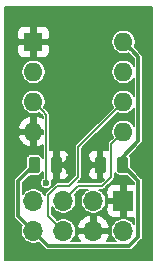
<source format=gbr>
G04 #@! TF.GenerationSoftware,KiCad,Pcbnew,(5.1.5-0-10_14)*
G04 #@! TF.CreationDate,2020-05-05T19:22:47-07:00*
G04 #@! TF.ProjectId,N64 EEPROM Breakout,4e363420-4545-4505-924f-4d2042726561,rev?*
G04 #@! TF.SameCoordinates,Original*
G04 #@! TF.FileFunction,Copper,L1,Top*
G04 #@! TF.FilePolarity,Positive*
%FSLAX46Y46*%
G04 Gerber Fmt 4.6, Leading zero omitted, Abs format (unit mm)*
G04 Created by KiCad (PCBNEW (5.1.5-0-10_14)) date 2020-05-05 19:22:47*
%MOMM*%
%LPD*%
G04 APERTURE LIST*
%ADD10O,1.700000X1.700000*%
%ADD11R,1.700000X1.700000*%
%ADD12O,1.600000X1.600000*%
%ADD13R,1.600000X1.600000*%
%ADD14C,0.100000*%
%ADD15C,0.600000*%
%ADD16C,0.304800*%
%ADD17C,0.152400*%
G04 APERTURE END LIST*
D10*
X139700000Y-124460000D03*
X139700000Y-121920000D03*
X142240000Y-124460000D03*
X142240000Y-121920000D03*
X144780000Y-124460000D03*
X144780000Y-121920000D03*
X147320000Y-124460000D03*
D11*
X147320000Y-121920000D03*
D12*
X147320000Y-108458000D03*
X139700000Y-116078000D03*
X147320000Y-110998000D03*
X139700000Y-113538000D03*
X147320000Y-113538000D03*
X139700000Y-110998000D03*
X147320000Y-116078000D03*
D13*
X139700000Y-108458000D03*
G04 #@! TA.AperFunction,SMDPad,CuDef*
D14*
G36*
X145634142Y-118173174D02*
G01*
X145657803Y-118176684D01*
X145681007Y-118182496D01*
X145703529Y-118190554D01*
X145725153Y-118200782D01*
X145745670Y-118213079D01*
X145764883Y-118227329D01*
X145782607Y-118243393D01*
X145798671Y-118261117D01*
X145812921Y-118280330D01*
X145825218Y-118300847D01*
X145835446Y-118322471D01*
X145843504Y-118344993D01*
X145849316Y-118368197D01*
X145852826Y-118391858D01*
X145854000Y-118415750D01*
X145854000Y-119328250D01*
X145852826Y-119352142D01*
X145849316Y-119375803D01*
X145843504Y-119399007D01*
X145835446Y-119421529D01*
X145825218Y-119443153D01*
X145812921Y-119463670D01*
X145798671Y-119482883D01*
X145782607Y-119500607D01*
X145764883Y-119516671D01*
X145745670Y-119530921D01*
X145725153Y-119543218D01*
X145703529Y-119553446D01*
X145681007Y-119561504D01*
X145657803Y-119567316D01*
X145634142Y-119570826D01*
X145610250Y-119572000D01*
X145122750Y-119572000D01*
X145098858Y-119570826D01*
X145075197Y-119567316D01*
X145051993Y-119561504D01*
X145029471Y-119553446D01*
X145007847Y-119543218D01*
X144987330Y-119530921D01*
X144968117Y-119516671D01*
X144950393Y-119500607D01*
X144934329Y-119482883D01*
X144920079Y-119463670D01*
X144907782Y-119443153D01*
X144897554Y-119421529D01*
X144889496Y-119399007D01*
X144883684Y-119375803D01*
X144880174Y-119352142D01*
X144879000Y-119328250D01*
X144879000Y-118415750D01*
X144880174Y-118391858D01*
X144883684Y-118368197D01*
X144889496Y-118344993D01*
X144897554Y-118322471D01*
X144907782Y-118300847D01*
X144920079Y-118280330D01*
X144934329Y-118261117D01*
X144950393Y-118243393D01*
X144968117Y-118227329D01*
X144987330Y-118213079D01*
X145007847Y-118200782D01*
X145029471Y-118190554D01*
X145051993Y-118182496D01*
X145075197Y-118176684D01*
X145098858Y-118173174D01*
X145122750Y-118172000D01*
X145610250Y-118172000D01*
X145634142Y-118173174D01*
G37*
G04 #@! TD.AperFunction*
G04 #@! TA.AperFunction,SMDPad,CuDef*
G36*
X147509142Y-118173174D02*
G01*
X147532803Y-118176684D01*
X147556007Y-118182496D01*
X147578529Y-118190554D01*
X147600153Y-118200782D01*
X147620670Y-118213079D01*
X147639883Y-118227329D01*
X147657607Y-118243393D01*
X147673671Y-118261117D01*
X147687921Y-118280330D01*
X147700218Y-118300847D01*
X147710446Y-118322471D01*
X147718504Y-118344993D01*
X147724316Y-118368197D01*
X147727826Y-118391858D01*
X147729000Y-118415750D01*
X147729000Y-119328250D01*
X147727826Y-119352142D01*
X147724316Y-119375803D01*
X147718504Y-119399007D01*
X147710446Y-119421529D01*
X147700218Y-119443153D01*
X147687921Y-119463670D01*
X147673671Y-119482883D01*
X147657607Y-119500607D01*
X147639883Y-119516671D01*
X147620670Y-119530921D01*
X147600153Y-119543218D01*
X147578529Y-119553446D01*
X147556007Y-119561504D01*
X147532803Y-119567316D01*
X147509142Y-119570826D01*
X147485250Y-119572000D01*
X146997750Y-119572000D01*
X146973858Y-119570826D01*
X146950197Y-119567316D01*
X146926993Y-119561504D01*
X146904471Y-119553446D01*
X146882847Y-119543218D01*
X146862330Y-119530921D01*
X146843117Y-119516671D01*
X146825393Y-119500607D01*
X146809329Y-119482883D01*
X146795079Y-119463670D01*
X146782782Y-119443153D01*
X146772554Y-119421529D01*
X146764496Y-119399007D01*
X146758684Y-119375803D01*
X146755174Y-119352142D01*
X146754000Y-119328250D01*
X146754000Y-118415750D01*
X146755174Y-118391858D01*
X146758684Y-118368197D01*
X146764496Y-118344993D01*
X146772554Y-118322471D01*
X146782782Y-118300847D01*
X146795079Y-118280330D01*
X146809329Y-118261117D01*
X146825393Y-118243393D01*
X146843117Y-118227329D01*
X146862330Y-118213079D01*
X146882847Y-118200782D01*
X146904471Y-118190554D01*
X146926993Y-118182496D01*
X146950197Y-118176684D01*
X146973858Y-118173174D01*
X146997750Y-118172000D01*
X147485250Y-118172000D01*
X147509142Y-118173174D01*
G37*
G04 #@! TD.AperFunction*
G04 #@! TA.AperFunction,SMDPad,CuDef*
G36*
X141921142Y-118173174D02*
G01*
X141944803Y-118176684D01*
X141968007Y-118182496D01*
X141990529Y-118190554D01*
X142012153Y-118200782D01*
X142032670Y-118213079D01*
X142051883Y-118227329D01*
X142069607Y-118243393D01*
X142085671Y-118261117D01*
X142099921Y-118280330D01*
X142112218Y-118300847D01*
X142122446Y-118322471D01*
X142130504Y-118344993D01*
X142136316Y-118368197D01*
X142139826Y-118391858D01*
X142141000Y-118415750D01*
X142141000Y-119328250D01*
X142139826Y-119352142D01*
X142136316Y-119375803D01*
X142130504Y-119399007D01*
X142122446Y-119421529D01*
X142112218Y-119443153D01*
X142099921Y-119463670D01*
X142085671Y-119482883D01*
X142069607Y-119500607D01*
X142051883Y-119516671D01*
X142032670Y-119530921D01*
X142012153Y-119543218D01*
X141990529Y-119553446D01*
X141968007Y-119561504D01*
X141944803Y-119567316D01*
X141921142Y-119570826D01*
X141897250Y-119572000D01*
X141409750Y-119572000D01*
X141385858Y-119570826D01*
X141362197Y-119567316D01*
X141338993Y-119561504D01*
X141316471Y-119553446D01*
X141294847Y-119543218D01*
X141274330Y-119530921D01*
X141255117Y-119516671D01*
X141237393Y-119500607D01*
X141221329Y-119482883D01*
X141207079Y-119463670D01*
X141194782Y-119443153D01*
X141184554Y-119421529D01*
X141176496Y-119399007D01*
X141170684Y-119375803D01*
X141167174Y-119352142D01*
X141166000Y-119328250D01*
X141166000Y-118415750D01*
X141167174Y-118391858D01*
X141170684Y-118368197D01*
X141176496Y-118344993D01*
X141184554Y-118322471D01*
X141194782Y-118300847D01*
X141207079Y-118280330D01*
X141221329Y-118261117D01*
X141237393Y-118243393D01*
X141255117Y-118227329D01*
X141274330Y-118213079D01*
X141294847Y-118200782D01*
X141316471Y-118190554D01*
X141338993Y-118182496D01*
X141362197Y-118176684D01*
X141385858Y-118173174D01*
X141409750Y-118172000D01*
X141897250Y-118172000D01*
X141921142Y-118173174D01*
G37*
G04 #@! TD.AperFunction*
G04 #@! TA.AperFunction,SMDPad,CuDef*
G36*
X140046142Y-118173174D02*
G01*
X140069803Y-118176684D01*
X140093007Y-118182496D01*
X140115529Y-118190554D01*
X140137153Y-118200782D01*
X140157670Y-118213079D01*
X140176883Y-118227329D01*
X140194607Y-118243393D01*
X140210671Y-118261117D01*
X140224921Y-118280330D01*
X140237218Y-118300847D01*
X140247446Y-118322471D01*
X140255504Y-118344993D01*
X140261316Y-118368197D01*
X140264826Y-118391858D01*
X140266000Y-118415750D01*
X140266000Y-119328250D01*
X140264826Y-119352142D01*
X140261316Y-119375803D01*
X140255504Y-119399007D01*
X140247446Y-119421529D01*
X140237218Y-119443153D01*
X140224921Y-119463670D01*
X140210671Y-119482883D01*
X140194607Y-119500607D01*
X140176883Y-119516671D01*
X140157670Y-119530921D01*
X140137153Y-119543218D01*
X140115529Y-119553446D01*
X140093007Y-119561504D01*
X140069803Y-119567316D01*
X140046142Y-119570826D01*
X140022250Y-119572000D01*
X139534750Y-119572000D01*
X139510858Y-119570826D01*
X139487197Y-119567316D01*
X139463993Y-119561504D01*
X139441471Y-119553446D01*
X139419847Y-119543218D01*
X139399330Y-119530921D01*
X139380117Y-119516671D01*
X139362393Y-119500607D01*
X139346329Y-119482883D01*
X139332079Y-119463670D01*
X139319782Y-119443153D01*
X139309554Y-119421529D01*
X139301496Y-119399007D01*
X139295684Y-119375803D01*
X139292174Y-119352142D01*
X139291000Y-119328250D01*
X139291000Y-118415750D01*
X139292174Y-118391858D01*
X139295684Y-118368197D01*
X139301496Y-118344993D01*
X139309554Y-118322471D01*
X139319782Y-118300847D01*
X139332079Y-118280330D01*
X139346329Y-118261117D01*
X139362393Y-118243393D01*
X139380117Y-118227329D01*
X139399330Y-118213079D01*
X139419847Y-118200782D01*
X139441471Y-118190554D01*
X139463993Y-118182496D01*
X139487197Y-118176684D01*
X139510858Y-118173174D01*
X139534750Y-118172000D01*
X140022250Y-118172000D01*
X140046142Y-118173174D01*
G37*
G04 #@! TD.AperFunction*
D15*
X137922000Y-116078000D03*
X137922000Y-108458000D03*
X142748000Y-118364000D03*
X142748000Y-119380000D03*
X144272000Y-118364000D03*
X144272000Y-119380000D03*
X140778601Y-120396000D03*
D16*
X142748000Y-118364000D02*
X142240000Y-118872000D01*
X142240000Y-118872000D02*
X142748000Y-119380000D01*
X142240000Y-118872000D02*
X141653500Y-118872000D01*
X144272000Y-118364000D02*
X144780000Y-118872000D01*
X144780000Y-118872000D02*
X144272000Y-119380000D01*
X144780000Y-118872000D02*
X145366500Y-118872000D01*
X137922000Y-108458000D02*
X139700000Y-108458000D01*
X137922000Y-116078000D02*
X139700000Y-116078000D01*
X138430000Y-120220500D02*
X139778500Y-118872000D01*
X138430000Y-123190000D02*
X138430000Y-120220500D01*
X139700000Y-124460000D02*
X138430000Y-123190000D01*
X140549999Y-125309999D02*
X139700000Y-124460000D01*
X147828000Y-125730000D02*
X140970000Y-125730000D01*
X148590000Y-124968000D02*
X147828000Y-125730000D01*
X140970000Y-125730000D02*
X140549999Y-125309999D01*
X148590000Y-120220500D02*
X148590000Y-124968000D01*
X147241500Y-118872000D02*
X148590000Y-120220500D01*
X148119999Y-109257999D02*
X147320000Y-108458000D01*
X148590000Y-109728000D02*
X148119999Y-109257999D01*
X147241500Y-118172000D02*
X148590000Y-116823500D01*
X148590000Y-116823500D02*
X148590000Y-109728000D01*
X147241500Y-118872000D02*
X147241500Y-118172000D01*
D17*
X141390001Y-123610001D02*
X142240000Y-124460000D01*
X140970000Y-123190000D02*
X141390001Y-123610001D01*
X140970000Y-121412000D02*
X140970000Y-123190000D01*
X147320000Y-113538000D02*
X143510000Y-117348000D01*
X143510000Y-117348000D02*
X143510000Y-119888000D01*
X141732000Y-120650000D02*
X140970000Y-121412000D01*
X142748000Y-120650000D02*
X141732000Y-120650000D01*
X143510000Y-119888000D02*
X142748000Y-120650000D01*
X143510000Y-120650000D02*
X143089999Y-121070001D01*
X145542000Y-120650000D02*
X143510000Y-120650000D01*
X146304000Y-119888000D02*
X145542000Y-120650000D01*
X143089999Y-121070001D02*
X142240000Y-121920000D01*
X146304000Y-117094000D02*
X146304000Y-119888000D01*
X147320000Y-116078000D02*
X146304000Y-117094000D01*
X140499999Y-114337999D02*
X139700000Y-113538000D01*
X140778601Y-114616601D02*
X140499999Y-114337999D01*
X140778601Y-120396000D02*
X140778601Y-120396000D01*
X140778601Y-120396000D02*
X140778601Y-114616601D01*
G36*
X149758800Y-126898800D02*
G01*
X137261200Y-126898800D01*
X137261200Y-120220500D01*
X138047157Y-120220500D01*
X138049001Y-120239220D01*
X138049000Y-123171290D01*
X138047157Y-123190000D01*
X138049000Y-123208710D01*
X138049000Y-123208712D01*
X138054513Y-123264688D01*
X138067411Y-123307206D01*
X138076299Y-123336507D01*
X138111678Y-123402696D01*
X138113616Y-123405057D01*
X138159289Y-123460711D01*
X138173832Y-123472646D01*
X138716660Y-124015475D01*
X138662850Y-124145384D01*
X138621400Y-124353767D01*
X138621400Y-124566233D01*
X138662850Y-124774616D01*
X138744157Y-124970909D01*
X138862197Y-125147567D01*
X139012433Y-125297803D01*
X139189091Y-125415843D01*
X139385384Y-125497150D01*
X139593767Y-125538600D01*
X139806233Y-125538600D01*
X140014616Y-125497150D01*
X140144525Y-125443340D01*
X140293823Y-125592638D01*
X140293828Y-125592642D01*
X140687359Y-125986173D01*
X140699289Y-126000711D01*
X140713824Y-126012639D01*
X140757303Y-126048322D01*
X140823492Y-126083701D01*
X140895311Y-126105487D01*
X140951287Y-126111000D01*
X140951289Y-126111000D01*
X140969999Y-126112843D01*
X140988709Y-126111000D01*
X147809290Y-126111000D01*
X147828000Y-126112843D01*
X147846710Y-126111000D01*
X147846713Y-126111000D01*
X147902689Y-126105487D01*
X147974508Y-126083701D01*
X148040696Y-126048322D01*
X148098711Y-126000711D01*
X148110646Y-125986168D01*
X148846174Y-125250641D01*
X148860711Y-125238711D01*
X148884250Y-125210028D01*
X148908322Y-125180697D01*
X148943701Y-125114508D01*
X148948920Y-125097302D01*
X148965487Y-125042689D01*
X148971000Y-124986713D01*
X148971000Y-124986710D01*
X148972843Y-124968000D01*
X148971000Y-124949290D01*
X148971000Y-120239210D01*
X148972843Y-120220500D01*
X148968798Y-120179432D01*
X148965487Y-120145811D01*
X148943701Y-120073992D01*
X148935237Y-120058157D01*
X148908322Y-120007803D01*
X148872639Y-119964324D01*
X148860711Y-119949789D01*
X148846175Y-119937860D01*
X147958706Y-119050392D01*
X147958706Y-118415750D01*
X147949609Y-118323383D01*
X147922666Y-118234566D01*
X147878914Y-118152712D01*
X147843164Y-118109150D01*
X148846175Y-117106140D01*
X148860711Y-117094211D01*
X148884651Y-117065040D01*
X148908322Y-117036197D01*
X148943701Y-116970008D01*
X148945116Y-116965344D01*
X148965487Y-116898189D01*
X148971000Y-116842213D01*
X148971000Y-116842210D01*
X148972843Y-116823500D01*
X148971000Y-116804790D01*
X148971000Y-109746710D01*
X148972843Y-109728000D01*
X148969706Y-109696150D01*
X148965487Y-109653311D01*
X148943701Y-109581492D01*
X148921864Y-109540638D01*
X148908322Y-109515303D01*
X148872639Y-109471824D01*
X148860711Y-109457289D01*
X148846173Y-109445359D01*
X148402642Y-109001828D01*
X148402638Y-109001823D01*
X148265072Y-108864257D01*
X148309072Y-108758032D01*
X148348600Y-108559308D01*
X148348600Y-108356692D01*
X148309072Y-108157968D01*
X148231534Y-107970775D01*
X148118966Y-107802306D01*
X147975694Y-107659034D01*
X147807225Y-107546466D01*
X147620032Y-107468928D01*
X147421308Y-107429400D01*
X147218692Y-107429400D01*
X147019968Y-107468928D01*
X146832775Y-107546466D01*
X146664306Y-107659034D01*
X146521034Y-107802306D01*
X146408466Y-107970775D01*
X146330928Y-108157968D01*
X146291400Y-108356692D01*
X146291400Y-108559308D01*
X146330928Y-108758032D01*
X146408466Y-108945225D01*
X146521034Y-109113694D01*
X146664306Y-109256966D01*
X146832775Y-109369534D01*
X147019968Y-109447072D01*
X147218692Y-109486600D01*
X147421308Y-109486600D01*
X147620032Y-109447072D01*
X147726257Y-109403072D01*
X147863823Y-109540638D01*
X147863828Y-109540642D01*
X148209001Y-109885816D01*
X148209001Y-110477052D01*
X148118966Y-110342306D01*
X147975694Y-110199034D01*
X147807225Y-110086466D01*
X147620032Y-110008928D01*
X147421308Y-109969400D01*
X147218692Y-109969400D01*
X147019968Y-110008928D01*
X146832775Y-110086466D01*
X146664306Y-110199034D01*
X146521034Y-110342306D01*
X146408466Y-110510775D01*
X146330928Y-110697968D01*
X146291400Y-110896692D01*
X146291400Y-111099308D01*
X146330928Y-111298032D01*
X146408466Y-111485225D01*
X146521034Y-111653694D01*
X146664306Y-111796966D01*
X146832775Y-111909534D01*
X147019968Y-111987072D01*
X147218692Y-112026600D01*
X147421308Y-112026600D01*
X147620032Y-111987072D01*
X147807225Y-111909534D01*
X147975694Y-111796966D01*
X148118966Y-111653694D01*
X148209001Y-111518948D01*
X148209001Y-113017051D01*
X148118966Y-112882306D01*
X147975694Y-112739034D01*
X147807225Y-112626466D01*
X147620032Y-112548928D01*
X147421308Y-112509400D01*
X147218692Y-112509400D01*
X147019968Y-112548928D01*
X146832775Y-112626466D01*
X146664306Y-112739034D01*
X146521034Y-112882306D01*
X146408466Y-113050775D01*
X146330928Y-113237968D01*
X146291400Y-113436692D01*
X146291400Y-113639308D01*
X146330928Y-113838032D01*
X146406491Y-114020457D01*
X143305061Y-117121888D01*
X143293432Y-117131432D01*
X143255342Y-117177844D01*
X143227040Y-117230795D01*
X143209611Y-117288250D01*
X143205200Y-117333035D01*
X143205200Y-117333042D01*
X143203727Y-117348000D01*
X143205200Y-117362958D01*
X143205201Y-119761747D01*
X142621749Y-120345200D01*
X141746958Y-120345200D01*
X141732000Y-120343727D01*
X141717042Y-120345200D01*
X141717034Y-120345200D01*
X141677403Y-120349103D01*
X141672248Y-120349611D01*
X141614903Y-120367007D01*
X141614794Y-120367040D01*
X141561843Y-120395342D01*
X141515432Y-120433432D01*
X141505892Y-120445056D01*
X140765061Y-121185888D01*
X140753432Y-121195432D01*
X140715342Y-121241844D01*
X140687040Y-121294795D01*
X140669611Y-121352250D01*
X140665200Y-121397035D01*
X140665200Y-121397042D01*
X140663727Y-121412000D01*
X140665200Y-121426958D01*
X140665200Y-121431681D01*
X140655843Y-121409091D01*
X140537803Y-121232433D01*
X140387567Y-121082197D01*
X140210909Y-120964157D01*
X140014616Y-120882850D01*
X139806233Y-120841400D01*
X139593767Y-120841400D01*
X139385384Y-120882850D01*
X139189091Y-120964157D01*
X139012433Y-121082197D01*
X138862197Y-121232433D01*
X138811000Y-121309054D01*
X138811000Y-120378314D01*
X139407337Y-119781978D01*
X139442383Y-119792609D01*
X139534750Y-119801706D01*
X140022250Y-119801706D01*
X140114617Y-119792609D01*
X140203434Y-119765666D01*
X140285288Y-119721914D01*
X140357034Y-119663034D01*
X140415914Y-119591288D01*
X140459666Y-119509434D01*
X140473801Y-119462838D01*
X140473801Y-119963918D01*
X140441638Y-119985409D01*
X140368010Y-120059037D01*
X140310161Y-120145614D01*
X140270314Y-120241813D01*
X140250001Y-120343937D01*
X140250001Y-120448063D01*
X140270314Y-120550187D01*
X140310161Y-120646386D01*
X140368010Y-120732963D01*
X140441638Y-120806591D01*
X140528215Y-120864440D01*
X140624414Y-120904287D01*
X140726538Y-120924600D01*
X140830664Y-120924600D01*
X140932788Y-120904287D01*
X141028987Y-120864440D01*
X141115564Y-120806591D01*
X141189192Y-120732963D01*
X141247041Y-120646386D01*
X141286888Y-120550187D01*
X141307201Y-120448063D01*
X141307201Y-120343937D01*
X141286888Y-120241813D01*
X141251982Y-120157542D01*
X141329650Y-120156200D01*
X141475700Y-120010150D01*
X141475700Y-119049800D01*
X141831300Y-119049800D01*
X141831300Y-120010150D01*
X141977350Y-120156200D01*
X142141000Y-120159027D01*
X142255523Y-120147747D01*
X142365646Y-120114342D01*
X142467135Y-120060095D01*
X142556091Y-119987091D01*
X142629095Y-119898135D01*
X142683342Y-119796646D01*
X142716747Y-119686523D01*
X142728027Y-119572000D01*
X142725200Y-119195850D01*
X142579150Y-119049800D01*
X141831300Y-119049800D01*
X141475700Y-119049800D01*
X141455700Y-119049800D01*
X141455700Y-118694200D01*
X141475700Y-118694200D01*
X141475700Y-117733850D01*
X141831300Y-117733850D01*
X141831300Y-118694200D01*
X142579150Y-118694200D01*
X142725200Y-118548150D01*
X142728027Y-118172000D01*
X142716747Y-118057477D01*
X142683342Y-117947354D01*
X142629095Y-117845865D01*
X142556091Y-117756909D01*
X142467135Y-117683905D01*
X142365646Y-117629658D01*
X142255523Y-117596253D01*
X142141000Y-117584973D01*
X141977350Y-117587800D01*
X141831300Y-117733850D01*
X141475700Y-117733850D01*
X141329650Y-117587800D01*
X141166000Y-117584973D01*
X141083401Y-117593109D01*
X141083401Y-114631559D01*
X141084874Y-114616601D01*
X141083401Y-114601643D01*
X141083401Y-114601635D01*
X141078990Y-114556850D01*
X141078298Y-114554567D01*
X141061561Y-114499395D01*
X141033259Y-114446444D01*
X140995169Y-114400033D01*
X140983545Y-114390493D01*
X140726111Y-114133060D01*
X140726107Y-114133055D01*
X140613509Y-114020457D01*
X140689072Y-113838032D01*
X140728600Y-113639308D01*
X140728600Y-113436692D01*
X140689072Y-113237968D01*
X140611534Y-113050775D01*
X140498966Y-112882306D01*
X140355694Y-112739034D01*
X140187225Y-112626466D01*
X140000032Y-112548928D01*
X139801308Y-112509400D01*
X139598692Y-112509400D01*
X139399968Y-112548928D01*
X139212775Y-112626466D01*
X139044306Y-112739034D01*
X138901034Y-112882306D01*
X138788466Y-113050775D01*
X138710928Y-113237968D01*
X138671400Y-113436692D01*
X138671400Y-113639308D01*
X138710928Y-113838032D01*
X138788466Y-114025225D01*
X138901034Y-114193694D01*
X139044306Y-114336966D01*
X139212775Y-114449534D01*
X139399968Y-114527072D01*
X139598692Y-114566600D01*
X139801308Y-114566600D01*
X140000032Y-114527072D01*
X140182457Y-114451509D01*
X140295055Y-114564107D01*
X140295060Y-114564111D01*
X140473802Y-114742854D01*
X140473802Y-114938115D01*
X140341939Y-114851646D01*
X140090355Y-114749974D01*
X139877800Y-114851309D01*
X139877800Y-115900200D01*
X140473802Y-115900200D01*
X140473802Y-116255800D01*
X139877800Y-116255800D01*
X139877800Y-117304691D01*
X140090355Y-117406026D01*
X140341939Y-117304354D01*
X140473802Y-117217885D01*
X140473801Y-118281163D01*
X140459666Y-118234566D01*
X140415914Y-118152712D01*
X140357034Y-118080966D01*
X140285288Y-118022086D01*
X140203434Y-117978334D01*
X140114617Y-117951391D01*
X140022250Y-117942294D01*
X139534750Y-117942294D01*
X139442383Y-117951391D01*
X139353566Y-117978334D01*
X139271712Y-118022086D01*
X139199966Y-118080966D01*
X139141086Y-118152712D01*
X139097334Y-118234566D01*
X139070391Y-118323383D01*
X139061294Y-118415750D01*
X139061294Y-119050391D01*
X138173827Y-119937859D01*
X138159290Y-119949789D01*
X138147362Y-119964324D01*
X138147361Y-119964325D01*
X138111678Y-120007804D01*
X138076299Y-120073993D01*
X138071080Y-120091200D01*
X138055471Y-120142658D01*
X138054514Y-120145812D01*
X138047157Y-120220500D01*
X137261200Y-120220500D01*
X137261200Y-116468354D01*
X138371982Y-116468354D01*
X138378917Y-116491244D01*
X138484921Y-116741034D01*
X138637620Y-116965344D01*
X138831146Y-117155554D01*
X139058061Y-117304354D01*
X139309645Y-117406026D01*
X139522200Y-117304691D01*
X139522200Y-116255800D01*
X138474683Y-116255800D01*
X138371982Y-116468354D01*
X137261200Y-116468354D01*
X137261200Y-115687646D01*
X138371982Y-115687646D01*
X138474683Y-115900200D01*
X139522200Y-115900200D01*
X139522200Y-114851309D01*
X139309645Y-114749974D01*
X139058061Y-114851646D01*
X138831146Y-115000446D01*
X138637620Y-115190656D01*
X138484921Y-115414966D01*
X138378917Y-115664756D01*
X138371982Y-115687646D01*
X137261200Y-115687646D01*
X137261200Y-110896692D01*
X138671400Y-110896692D01*
X138671400Y-111099308D01*
X138710928Y-111298032D01*
X138788466Y-111485225D01*
X138901034Y-111653694D01*
X139044306Y-111796966D01*
X139212775Y-111909534D01*
X139399968Y-111987072D01*
X139598692Y-112026600D01*
X139801308Y-112026600D01*
X140000032Y-111987072D01*
X140187225Y-111909534D01*
X140355694Y-111796966D01*
X140498966Y-111653694D01*
X140611534Y-111485225D01*
X140689072Y-111298032D01*
X140728600Y-111099308D01*
X140728600Y-110896692D01*
X140689072Y-110697968D01*
X140611534Y-110510775D01*
X140498966Y-110342306D01*
X140355694Y-110199034D01*
X140187225Y-110086466D01*
X140000032Y-110008928D01*
X139801308Y-109969400D01*
X139598692Y-109969400D01*
X139399968Y-110008928D01*
X139212775Y-110086466D01*
X139044306Y-110199034D01*
X138901034Y-110342306D01*
X138788466Y-110510775D01*
X138710928Y-110697968D01*
X138671400Y-110896692D01*
X137261200Y-110896692D01*
X137261200Y-109258000D01*
X138312973Y-109258000D01*
X138324253Y-109372523D01*
X138357658Y-109482646D01*
X138411905Y-109584135D01*
X138484909Y-109673091D01*
X138573865Y-109746095D01*
X138675354Y-109800342D01*
X138785477Y-109833747D01*
X138900000Y-109845027D01*
X139376150Y-109842200D01*
X139522200Y-109696150D01*
X139522200Y-108635800D01*
X139877800Y-108635800D01*
X139877800Y-109696150D01*
X140023850Y-109842200D01*
X140500000Y-109845027D01*
X140614523Y-109833747D01*
X140724646Y-109800342D01*
X140826135Y-109746095D01*
X140915091Y-109673091D01*
X140988095Y-109584135D01*
X141042342Y-109482646D01*
X141075747Y-109372523D01*
X141087027Y-109258000D01*
X141084200Y-108781850D01*
X140938150Y-108635800D01*
X139877800Y-108635800D01*
X139522200Y-108635800D01*
X138461850Y-108635800D01*
X138315800Y-108781850D01*
X138312973Y-109258000D01*
X137261200Y-109258000D01*
X137261200Y-107658000D01*
X138312973Y-107658000D01*
X138315800Y-108134150D01*
X138461850Y-108280200D01*
X139522200Y-108280200D01*
X139522200Y-107219850D01*
X139877800Y-107219850D01*
X139877800Y-108280200D01*
X140938150Y-108280200D01*
X141084200Y-108134150D01*
X141087027Y-107658000D01*
X141075747Y-107543477D01*
X141042342Y-107433354D01*
X140988095Y-107331865D01*
X140915091Y-107242909D01*
X140826135Y-107169905D01*
X140724646Y-107115658D01*
X140614523Y-107082253D01*
X140500000Y-107070973D01*
X140023850Y-107073800D01*
X139877800Y-107219850D01*
X139522200Y-107219850D01*
X139376150Y-107073800D01*
X138900000Y-107070973D01*
X138785477Y-107082253D01*
X138675354Y-107115658D01*
X138573865Y-107169905D01*
X138484909Y-107242909D01*
X138411905Y-107331865D01*
X138357658Y-107433354D01*
X138324253Y-107543477D01*
X138312973Y-107658000D01*
X137261200Y-107658000D01*
X137261200Y-105511200D01*
X149758801Y-105511200D01*
X149758800Y-126898800D01*
G37*
X149758800Y-126898800D02*
X137261200Y-126898800D01*
X137261200Y-120220500D01*
X138047157Y-120220500D01*
X138049001Y-120239220D01*
X138049000Y-123171290D01*
X138047157Y-123190000D01*
X138049000Y-123208710D01*
X138049000Y-123208712D01*
X138054513Y-123264688D01*
X138067411Y-123307206D01*
X138076299Y-123336507D01*
X138111678Y-123402696D01*
X138113616Y-123405057D01*
X138159289Y-123460711D01*
X138173832Y-123472646D01*
X138716660Y-124015475D01*
X138662850Y-124145384D01*
X138621400Y-124353767D01*
X138621400Y-124566233D01*
X138662850Y-124774616D01*
X138744157Y-124970909D01*
X138862197Y-125147567D01*
X139012433Y-125297803D01*
X139189091Y-125415843D01*
X139385384Y-125497150D01*
X139593767Y-125538600D01*
X139806233Y-125538600D01*
X140014616Y-125497150D01*
X140144525Y-125443340D01*
X140293823Y-125592638D01*
X140293828Y-125592642D01*
X140687359Y-125986173D01*
X140699289Y-126000711D01*
X140713824Y-126012639D01*
X140757303Y-126048322D01*
X140823492Y-126083701D01*
X140895311Y-126105487D01*
X140951287Y-126111000D01*
X140951289Y-126111000D01*
X140969999Y-126112843D01*
X140988709Y-126111000D01*
X147809290Y-126111000D01*
X147828000Y-126112843D01*
X147846710Y-126111000D01*
X147846713Y-126111000D01*
X147902689Y-126105487D01*
X147974508Y-126083701D01*
X148040696Y-126048322D01*
X148098711Y-126000711D01*
X148110646Y-125986168D01*
X148846174Y-125250641D01*
X148860711Y-125238711D01*
X148884250Y-125210028D01*
X148908322Y-125180697D01*
X148943701Y-125114508D01*
X148948920Y-125097302D01*
X148965487Y-125042689D01*
X148971000Y-124986713D01*
X148971000Y-124986710D01*
X148972843Y-124968000D01*
X148971000Y-124949290D01*
X148971000Y-120239210D01*
X148972843Y-120220500D01*
X148968798Y-120179432D01*
X148965487Y-120145811D01*
X148943701Y-120073992D01*
X148935237Y-120058157D01*
X148908322Y-120007803D01*
X148872639Y-119964324D01*
X148860711Y-119949789D01*
X148846175Y-119937860D01*
X147958706Y-119050392D01*
X147958706Y-118415750D01*
X147949609Y-118323383D01*
X147922666Y-118234566D01*
X147878914Y-118152712D01*
X147843164Y-118109150D01*
X148846175Y-117106140D01*
X148860711Y-117094211D01*
X148884651Y-117065040D01*
X148908322Y-117036197D01*
X148943701Y-116970008D01*
X148945116Y-116965344D01*
X148965487Y-116898189D01*
X148971000Y-116842213D01*
X148971000Y-116842210D01*
X148972843Y-116823500D01*
X148971000Y-116804790D01*
X148971000Y-109746710D01*
X148972843Y-109728000D01*
X148969706Y-109696150D01*
X148965487Y-109653311D01*
X148943701Y-109581492D01*
X148921864Y-109540638D01*
X148908322Y-109515303D01*
X148872639Y-109471824D01*
X148860711Y-109457289D01*
X148846173Y-109445359D01*
X148402642Y-109001828D01*
X148402638Y-109001823D01*
X148265072Y-108864257D01*
X148309072Y-108758032D01*
X148348600Y-108559308D01*
X148348600Y-108356692D01*
X148309072Y-108157968D01*
X148231534Y-107970775D01*
X148118966Y-107802306D01*
X147975694Y-107659034D01*
X147807225Y-107546466D01*
X147620032Y-107468928D01*
X147421308Y-107429400D01*
X147218692Y-107429400D01*
X147019968Y-107468928D01*
X146832775Y-107546466D01*
X146664306Y-107659034D01*
X146521034Y-107802306D01*
X146408466Y-107970775D01*
X146330928Y-108157968D01*
X146291400Y-108356692D01*
X146291400Y-108559308D01*
X146330928Y-108758032D01*
X146408466Y-108945225D01*
X146521034Y-109113694D01*
X146664306Y-109256966D01*
X146832775Y-109369534D01*
X147019968Y-109447072D01*
X147218692Y-109486600D01*
X147421308Y-109486600D01*
X147620032Y-109447072D01*
X147726257Y-109403072D01*
X147863823Y-109540638D01*
X147863828Y-109540642D01*
X148209001Y-109885816D01*
X148209001Y-110477052D01*
X148118966Y-110342306D01*
X147975694Y-110199034D01*
X147807225Y-110086466D01*
X147620032Y-110008928D01*
X147421308Y-109969400D01*
X147218692Y-109969400D01*
X147019968Y-110008928D01*
X146832775Y-110086466D01*
X146664306Y-110199034D01*
X146521034Y-110342306D01*
X146408466Y-110510775D01*
X146330928Y-110697968D01*
X146291400Y-110896692D01*
X146291400Y-111099308D01*
X146330928Y-111298032D01*
X146408466Y-111485225D01*
X146521034Y-111653694D01*
X146664306Y-111796966D01*
X146832775Y-111909534D01*
X147019968Y-111987072D01*
X147218692Y-112026600D01*
X147421308Y-112026600D01*
X147620032Y-111987072D01*
X147807225Y-111909534D01*
X147975694Y-111796966D01*
X148118966Y-111653694D01*
X148209001Y-111518948D01*
X148209001Y-113017051D01*
X148118966Y-112882306D01*
X147975694Y-112739034D01*
X147807225Y-112626466D01*
X147620032Y-112548928D01*
X147421308Y-112509400D01*
X147218692Y-112509400D01*
X147019968Y-112548928D01*
X146832775Y-112626466D01*
X146664306Y-112739034D01*
X146521034Y-112882306D01*
X146408466Y-113050775D01*
X146330928Y-113237968D01*
X146291400Y-113436692D01*
X146291400Y-113639308D01*
X146330928Y-113838032D01*
X146406491Y-114020457D01*
X143305061Y-117121888D01*
X143293432Y-117131432D01*
X143255342Y-117177844D01*
X143227040Y-117230795D01*
X143209611Y-117288250D01*
X143205200Y-117333035D01*
X143205200Y-117333042D01*
X143203727Y-117348000D01*
X143205200Y-117362958D01*
X143205201Y-119761747D01*
X142621749Y-120345200D01*
X141746958Y-120345200D01*
X141732000Y-120343727D01*
X141717042Y-120345200D01*
X141717034Y-120345200D01*
X141677403Y-120349103D01*
X141672248Y-120349611D01*
X141614903Y-120367007D01*
X141614794Y-120367040D01*
X141561843Y-120395342D01*
X141515432Y-120433432D01*
X141505892Y-120445056D01*
X140765061Y-121185888D01*
X140753432Y-121195432D01*
X140715342Y-121241844D01*
X140687040Y-121294795D01*
X140669611Y-121352250D01*
X140665200Y-121397035D01*
X140665200Y-121397042D01*
X140663727Y-121412000D01*
X140665200Y-121426958D01*
X140665200Y-121431681D01*
X140655843Y-121409091D01*
X140537803Y-121232433D01*
X140387567Y-121082197D01*
X140210909Y-120964157D01*
X140014616Y-120882850D01*
X139806233Y-120841400D01*
X139593767Y-120841400D01*
X139385384Y-120882850D01*
X139189091Y-120964157D01*
X139012433Y-121082197D01*
X138862197Y-121232433D01*
X138811000Y-121309054D01*
X138811000Y-120378314D01*
X139407337Y-119781978D01*
X139442383Y-119792609D01*
X139534750Y-119801706D01*
X140022250Y-119801706D01*
X140114617Y-119792609D01*
X140203434Y-119765666D01*
X140285288Y-119721914D01*
X140357034Y-119663034D01*
X140415914Y-119591288D01*
X140459666Y-119509434D01*
X140473801Y-119462838D01*
X140473801Y-119963918D01*
X140441638Y-119985409D01*
X140368010Y-120059037D01*
X140310161Y-120145614D01*
X140270314Y-120241813D01*
X140250001Y-120343937D01*
X140250001Y-120448063D01*
X140270314Y-120550187D01*
X140310161Y-120646386D01*
X140368010Y-120732963D01*
X140441638Y-120806591D01*
X140528215Y-120864440D01*
X140624414Y-120904287D01*
X140726538Y-120924600D01*
X140830664Y-120924600D01*
X140932788Y-120904287D01*
X141028987Y-120864440D01*
X141115564Y-120806591D01*
X141189192Y-120732963D01*
X141247041Y-120646386D01*
X141286888Y-120550187D01*
X141307201Y-120448063D01*
X141307201Y-120343937D01*
X141286888Y-120241813D01*
X141251982Y-120157542D01*
X141329650Y-120156200D01*
X141475700Y-120010150D01*
X141475700Y-119049800D01*
X141831300Y-119049800D01*
X141831300Y-120010150D01*
X141977350Y-120156200D01*
X142141000Y-120159027D01*
X142255523Y-120147747D01*
X142365646Y-120114342D01*
X142467135Y-120060095D01*
X142556091Y-119987091D01*
X142629095Y-119898135D01*
X142683342Y-119796646D01*
X142716747Y-119686523D01*
X142728027Y-119572000D01*
X142725200Y-119195850D01*
X142579150Y-119049800D01*
X141831300Y-119049800D01*
X141475700Y-119049800D01*
X141455700Y-119049800D01*
X141455700Y-118694200D01*
X141475700Y-118694200D01*
X141475700Y-117733850D01*
X141831300Y-117733850D01*
X141831300Y-118694200D01*
X142579150Y-118694200D01*
X142725200Y-118548150D01*
X142728027Y-118172000D01*
X142716747Y-118057477D01*
X142683342Y-117947354D01*
X142629095Y-117845865D01*
X142556091Y-117756909D01*
X142467135Y-117683905D01*
X142365646Y-117629658D01*
X142255523Y-117596253D01*
X142141000Y-117584973D01*
X141977350Y-117587800D01*
X141831300Y-117733850D01*
X141475700Y-117733850D01*
X141329650Y-117587800D01*
X141166000Y-117584973D01*
X141083401Y-117593109D01*
X141083401Y-114631559D01*
X141084874Y-114616601D01*
X141083401Y-114601643D01*
X141083401Y-114601635D01*
X141078990Y-114556850D01*
X141078298Y-114554567D01*
X141061561Y-114499395D01*
X141033259Y-114446444D01*
X140995169Y-114400033D01*
X140983545Y-114390493D01*
X140726111Y-114133060D01*
X140726107Y-114133055D01*
X140613509Y-114020457D01*
X140689072Y-113838032D01*
X140728600Y-113639308D01*
X140728600Y-113436692D01*
X140689072Y-113237968D01*
X140611534Y-113050775D01*
X140498966Y-112882306D01*
X140355694Y-112739034D01*
X140187225Y-112626466D01*
X140000032Y-112548928D01*
X139801308Y-112509400D01*
X139598692Y-112509400D01*
X139399968Y-112548928D01*
X139212775Y-112626466D01*
X139044306Y-112739034D01*
X138901034Y-112882306D01*
X138788466Y-113050775D01*
X138710928Y-113237968D01*
X138671400Y-113436692D01*
X138671400Y-113639308D01*
X138710928Y-113838032D01*
X138788466Y-114025225D01*
X138901034Y-114193694D01*
X139044306Y-114336966D01*
X139212775Y-114449534D01*
X139399968Y-114527072D01*
X139598692Y-114566600D01*
X139801308Y-114566600D01*
X140000032Y-114527072D01*
X140182457Y-114451509D01*
X140295055Y-114564107D01*
X140295060Y-114564111D01*
X140473802Y-114742854D01*
X140473802Y-114938115D01*
X140341939Y-114851646D01*
X140090355Y-114749974D01*
X139877800Y-114851309D01*
X139877800Y-115900200D01*
X140473802Y-115900200D01*
X140473802Y-116255800D01*
X139877800Y-116255800D01*
X139877800Y-117304691D01*
X140090355Y-117406026D01*
X140341939Y-117304354D01*
X140473802Y-117217885D01*
X140473801Y-118281163D01*
X140459666Y-118234566D01*
X140415914Y-118152712D01*
X140357034Y-118080966D01*
X140285288Y-118022086D01*
X140203434Y-117978334D01*
X140114617Y-117951391D01*
X140022250Y-117942294D01*
X139534750Y-117942294D01*
X139442383Y-117951391D01*
X139353566Y-117978334D01*
X139271712Y-118022086D01*
X139199966Y-118080966D01*
X139141086Y-118152712D01*
X139097334Y-118234566D01*
X139070391Y-118323383D01*
X139061294Y-118415750D01*
X139061294Y-119050391D01*
X138173827Y-119937859D01*
X138159290Y-119949789D01*
X138147362Y-119964324D01*
X138147361Y-119964325D01*
X138111678Y-120007804D01*
X138076299Y-120073993D01*
X138071080Y-120091200D01*
X138055471Y-120142658D01*
X138054514Y-120145812D01*
X138047157Y-120220500D01*
X137261200Y-120220500D01*
X137261200Y-116468354D01*
X138371982Y-116468354D01*
X138378917Y-116491244D01*
X138484921Y-116741034D01*
X138637620Y-116965344D01*
X138831146Y-117155554D01*
X139058061Y-117304354D01*
X139309645Y-117406026D01*
X139522200Y-117304691D01*
X139522200Y-116255800D01*
X138474683Y-116255800D01*
X138371982Y-116468354D01*
X137261200Y-116468354D01*
X137261200Y-115687646D01*
X138371982Y-115687646D01*
X138474683Y-115900200D01*
X139522200Y-115900200D01*
X139522200Y-114851309D01*
X139309645Y-114749974D01*
X139058061Y-114851646D01*
X138831146Y-115000446D01*
X138637620Y-115190656D01*
X138484921Y-115414966D01*
X138378917Y-115664756D01*
X138371982Y-115687646D01*
X137261200Y-115687646D01*
X137261200Y-110896692D01*
X138671400Y-110896692D01*
X138671400Y-111099308D01*
X138710928Y-111298032D01*
X138788466Y-111485225D01*
X138901034Y-111653694D01*
X139044306Y-111796966D01*
X139212775Y-111909534D01*
X139399968Y-111987072D01*
X139598692Y-112026600D01*
X139801308Y-112026600D01*
X140000032Y-111987072D01*
X140187225Y-111909534D01*
X140355694Y-111796966D01*
X140498966Y-111653694D01*
X140611534Y-111485225D01*
X140689072Y-111298032D01*
X140728600Y-111099308D01*
X140728600Y-110896692D01*
X140689072Y-110697968D01*
X140611534Y-110510775D01*
X140498966Y-110342306D01*
X140355694Y-110199034D01*
X140187225Y-110086466D01*
X140000032Y-110008928D01*
X139801308Y-109969400D01*
X139598692Y-109969400D01*
X139399968Y-110008928D01*
X139212775Y-110086466D01*
X139044306Y-110199034D01*
X138901034Y-110342306D01*
X138788466Y-110510775D01*
X138710928Y-110697968D01*
X138671400Y-110896692D01*
X137261200Y-110896692D01*
X137261200Y-109258000D01*
X138312973Y-109258000D01*
X138324253Y-109372523D01*
X138357658Y-109482646D01*
X138411905Y-109584135D01*
X138484909Y-109673091D01*
X138573865Y-109746095D01*
X138675354Y-109800342D01*
X138785477Y-109833747D01*
X138900000Y-109845027D01*
X139376150Y-109842200D01*
X139522200Y-109696150D01*
X139522200Y-108635800D01*
X139877800Y-108635800D01*
X139877800Y-109696150D01*
X140023850Y-109842200D01*
X140500000Y-109845027D01*
X140614523Y-109833747D01*
X140724646Y-109800342D01*
X140826135Y-109746095D01*
X140915091Y-109673091D01*
X140988095Y-109584135D01*
X141042342Y-109482646D01*
X141075747Y-109372523D01*
X141087027Y-109258000D01*
X141084200Y-108781850D01*
X140938150Y-108635800D01*
X139877800Y-108635800D01*
X139522200Y-108635800D01*
X138461850Y-108635800D01*
X138315800Y-108781850D01*
X138312973Y-109258000D01*
X137261200Y-109258000D01*
X137261200Y-107658000D01*
X138312973Y-107658000D01*
X138315800Y-108134150D01*
X138461850Y-108280200D01*
X139522200Y-108280200D01*
X139522200Y-107219850D01*
X139877800Y-107219850D01*
X139877800Y-108280200D01*
X140938150Y-108280200D01*
X141084200Y-108134150D01*
X141087027Y-107658000D01*
X141075747Y-107543477D01*
X141042342Y-107433354D01*
X140988095Y-107331865D01*
X140915091Y-107242909D01*
X140826135Y-107169905D01*
X140724646Y-107115658D01*
X140614523Y-107082253D01*
X140500000Y-107070973D01*
X140023850Y-107073800D01*
X139877800Y-107219850D01*
X139522200Y-107219850D01*
X139376150Y-107073800D01*
X138900000Y-107070973D01*
X138785477Y-107082253D01*
X138675354Y-107115658D01*
X138573865Y-107169905D01*
X138484909Y-107242909D01*
X138411905Y-107331865D01*
X138357658Y-107433354D01*
X138324253Y-107543477D01*
X138312973Y-107658000D01*
X137261200Y-107658000D01*
X137261200Y-105511200D01*
X149758801Y-105511200D01*
X149758800Y-126898800D01*
G36*
X146662966Y-119663034D02*
G01*
X146734712Y-119721914D01*
X146816566Y-119765666D01*
X146905383Y-119792609D01*
X146997750Y-119801706D01*
X147485250Y-119801706D01*
X147577617Y-119792609D01*
X147612663Y-119781978D01*
X148209000Y-120378315D01*
X148209000Y-120486814D01*
X148170000Y-120482973D01*
X147643850Y-120485800D01*
X147497800Y-120631850D01*
X147497800Y-121742200D01*
X147517800Y-121742200D01*
X147517800Y-122097800D01*
X147497800Y-122097800D01*
X147497800Y-123208150D01*
X147643850Y-123354200D01*
X148170000Y-123357027D01*
X148209001Y-123353186D01*
X148209001Y-123849055D01*
X148157803Y-123772433D01*
X148007567Y-123622197D01*
X147830909Y-123504157D01*
X147634616Y-123422850D01*
X147426233Y-123381400D01*
X147213767Y-123381400D01*
X147005384Y-123422850D01*
X146809091Y-123504157D01*
X146632433Y-123622197D01*
X146482197Y-123772433D01*
X146364157Y-123949091D01*
X146282850Y-124145384D01*
X146241400Y-124353767D01*
X146241400Y-124566233D01*
X146282850Y-124774616D01*
X146364157Y-124970909D01*
X146482197Y-125147567D01*
X146632433Y-125297803D01*
X146709054Y-125349000D01*
X145904548Y-125349000D01*
X146053641Y-125119385D01*
X146157808Y-124858240D01*
X146057093Y-124637800D01*
X144957800Y-124637800D01*
X144957800Y-124657800D01*
X144602200Y-124657800D01*
X144602200Y-124637800D01*
X143502907Y-124637800D01*
X143402192Y-124858240D01*
X143506359Y-125119385D01*
X143655452Y-125349000D01*
X142850946Y-125349000D01*
X142927567Y-125297803D01*
X143077803Y-125147567D01*
X143195843Y-124970909D01*
X143277150Y-124774616D01*
X143318600Y-124566233D01*
X143318600Y-124353767D01*
X143277150Y-124145384D01*
X143242512Y-124061760D01*
X143402192Y-124061760D01*
X143502907Y-124282200D01*
X144602200Y-124282200D01*
X144602200Y-123184180D01*
X144957800Y-123184180D01*
X144957800Y-124282200D01*
X146057093Y-124282200D01*
X146157808Y-124061760D01*
X146053641Y-123800615D01*
X145900529Y-123564810D01*
X145704355Y-123363406D01*
X145472659Y-123204144D01*
X145214344Y-123093144D01*
X145178239Y-123082199D01*
X144957800Y-123184180D01*
X144602200Y-123184180D01*
X144381761Y-123082199D01*
X144345656Y-123093144D01*
X144087341Y-123204144D01*
X143855645Y-123363406D01*
X143659471Y-123564810D01*
X143506359Y-123800615D01*
X143402192Y-124061760D01*
X143242512Y-124061760D01*
X143195843Y-123949091D01*
X143077803Y-123772433D01*
X142927567Y-123622197D01*
X142750909Y-123504157D01*
X142554616Y-123422850D01*
X142346233Y-123381400D01*
X142133767Y-123381400D01*
X141925384Y-123422850D01*
X141729091Y-123504157D01*
X141720769Y-123509718D01*
X141616113Y-123405062D01*
X141616109Y-123405057D01*
X141274800Y-123063749D01*
X141274800Y-122408319D01*
X141284157Y-122430909D01*
X141402197Y-122607567D01*
X141552433Y-122757803D01*
X141729091Y-122875843D01*
X141925384Y-122957150D01*
X142133767Y-122998600D01*
X142346233Y-122998600D01*
X142554616Y-122957150D01*
X142750909Y-122875843D01*
X142927567Y-122757803D01*
X143077803Y-122607567D01*
X143195843Y-122430909D01*
X143277150Y-122234616D01*
X143318600Y-122026233D01*
X143318600Y-121813767D01*
X143277150Y-121605384D01*
X143195843Y-121409091D01*
X143190283Y-121400769D01*
X143316107Y-121274945D01*
X143316111Y-121274940D01*
X143636252Y-120954800D01*
X144291681Y-120954800D01*
X144269091Y-120964157D01*
X144092433Y-121082197D01*
X143942197Y-121232433D01*
X143824157Y-121409091D01*
X143742850Y-121605384D01*
X143701400Y-121813767D01*
X143701400Y-122026233D01*
X143742850Y-122234616D01*
X143824157Y-122430909D01*
X143942197Y-122607567D01*
X144092433Y-122757803D01*
X144269091Y-122875843D01*
X144465384Y-122957150D01*
X144673767Y-122998600D01*
X144886233Y-122998600D01*
X145094616Y-122957150D01*
X145290909Y-122875843D01*
X145449313Y-122770000D01*
X145882973Y-122770000D01*
X145894253Y-122884523D01*
X145927658Y-122994646D01*
X145981905Y-123096135D01*
X146054909Y-123185091D01*
X146143865Y-123258095D01*
X146245354Y-123312342D01*
X146355477Y-123345747D01*
X146470000Y-123357027D01*
X146996150Y-123354200D01*
X147142200Y-123208150D01*
X147142200Y-122097800D01*
X146031850Y-122097800D01*
X145885800Y-122243850D01*
X145882973Y-122770000D01*
X145449313Y-122770000D01*
X145467567Y-122757803D01*
X145617803Y-122607567D01*
X145735843Y-122430909D01*
X145817150Y-122234616D01*
X145858600Y-122026233D01*
X145858600Y-121813767D01*
X145817150Y-121605384D01*
X145735843Y-121409091D01*
X145617803Y-121232433D01*
X145467567Y-121082197D01*
X145449314Y-121070000D01*
X145882973Y-121070000D01*
X145885800Y-121596150D01*
X146031850Y-121742200D01*
X147142200Y-121742200D01*
X147142200Y-120631850D01*
X146996150Y-120485800D01*
X146470000Y-120482973D01*
X146355477Y-120494253D01*
X146245354Y-120527658D01*
X146143865Y-120581905D01*
X146054909Y-120654909D01*
X145981905Y-120743865D01*
X145927658Y-120845354D01*
X145894253Y-120955477D01*
X145882973Y-121070000D01*
X145449314Y-121070000D01*
X145290909Y-120964157D01*
X145268319Y-120954800D01*
X145527042Y-120954800D01*
X145542000Y-120956273D01*
X145556958Y-120954800D01*
X145556966Y-120954800D01*
X145601751Y-120950389D01*
X145659206Y-120932960D01*
X145712157Y-120904658D01*
X145758568Y-120866568D01*
X145768112Y-120854939D01*
X146508944Y-120114108D01*
X146520568Y-120104568D01*
X146558658Y-120058157D01*
X146586960Y-120005206D01*
X146592455Y-119987091D01*
X146604389Y-119947752D01*
X146604897Y-119942597D01*
X146608800Y-119902966D01*
X146608800Y-119902958D01*
X146610273Y-119888000D01*
X146608800Y-119873042D01*
X146608800Y-119597032D01*
X146662966Y-119663034D01*
G37*
X146662966Y-119663034D02*
X146734712Y-119721914D01*
X146816566Y-119765666D01*
X146905383Y-119792609D01*
X146997750Y-119801706D01*
X147485250Y-119801706D01*
X147577617Y-119792609D01*
X147612663Y-119781978D01*
X148209000Y-120378315D01*
X148209000Y-120486814D01*
X148170000Y-120482973D01*
X147643850Y-120485800D01*
X147497800Y-120631850D01*
X147497800Y-121742200D01*
X147517800Y-121742200D01*
X147517800Y-122097800D01*
X147497800Y-122097800D01*
X147497800Y-123208150D01*
X147643850Y-123354200D01*
X148170000Y-123357027D01*
X148209001Y-123353186D01*
X148209001Y-123849055D01*
X148157803Y-123772433D01*
X148007567Y-123622197D01*
X147830909Y-123504157D01*
X147634616Y-123422850D01*
X147426233Y-123381400D01*
X147213767Y-123381400D01*
X147005384Y-123422850D01*
X146809091Y-123504157D01*
X146632433Y-123622197D01*
X146482197Y-123772433D01*
X146364157Y-123949091D01*
X146282850Y-124145384D01*
X146241400Y-124353767D01*
X146241400Y-124566233D01*
X146282850Y-124774616D01*
X146364157Y-124970909D01*
X146482197Y-125147567D01*
X146632433Y-125297803D01*
X146709054Y-125349000D01*
X145904548Y-125349000D01*
X146053641Y-125119385D01*
X146157808Y-124858240D01*
X146057093Y-124637800D01*
X144957800Y-124637800D01*
X144957800Y-124657800D01*
X144602200Y-124657800D01*
X144602200Y-124637800D01*
X143502907Y-124637800D01*
X143402192Y-124858240D01*
X143506359Y-125119385D01*
X143655452Y-125349000D01*
X142850946Y-125349000D01*
X142927567Y-125297803D01*
X143077803Y-125147567D01*
X143195843Y-124970909D01*
X143277150Y-124774616D01*
X143318600Y-124566233D01*
X143318600Y-124353767D01*
X143277150Y-124145384D01*
X143242512Y-124061760D01*
X143402192Y-124061760D01*
X143502907Y-124282200D01*
X144602200Y-124282200D01*
X144602200Y-123184180D01*
X144957800Y-123184180D01*
X144957800Y-124282200D01*
X146057093Y-124282200D01*
X146157808Y-124061760D01*
X146053641Y-123800615D01*
X145900529Y-123564810D01*
X145704355Y-123363406D01*
X145472659Y-123204144D01*
X145214344Y-123093144D01*
X145178239Y-123082199D01*
X144957800Y-123184180D01*
X144602200Y-123184180D01*
X144381761Y-123082199D01*
X144345656Y-123093144D01*
X144087341Y-123204144D01*
X143855645Y-123363406D01*
X143659471Y-123564810D01*
X143506359Y-123800615D01*
X143402192Y-124061760D01*
X143242512Y-124061760D01*
X143195843Y-123949091D01*
X143077803Y-123772433D01*
X142927567Y-123622197D01*
X142750909Y-123504157D01*
X142554616Y-123422850D01*
X142346233Y-123381400D01*
X142133767Y-123381400D01*
X141925384Y-123422850D01*
X141729091Y-123504157D01*
X141720769Y-123509718D01*
X141616113Y-123405062D01*
X141616109Y-123405057D01*
X141274800Y-123063749D01*
X141274800Y-122408319D01*
X141284157Y-122430909D01*
X141402197Y-122607567D01*
X141552433Y-122757803D01*
X141729091Y-122875843D01*
X141925384Y-122957150D01*
X142133767Y-122998600D01*
X142346233Y-122998600D01*
X142554616Y-122957150D01*
X142750909Y-122875843D01*
X142927567Y-122757803D01*
X143077803Y-122607567D01*
X143195843Y-122430909D01*
X143277150Y-122234616D01*
X143318600Y-122026233D01*
X143318600Y-121813767D01*
X143277150Y-121605384D01*
X143195843Y-121409091D01*
X143190283Y-121400769D01*
X143316107Y-121274945D01*
X143316111Y-121274940D01*
X143636252Y-120954800D01*
X144291681Y-120954800D01*
X144269091Y-120964157D01*
X144092433Y-121082197D01*
X143942197Y-121232433D01*
X143824157Y-121409091D01*
X143742850Y-121605384D01*
X143701400Y-121813767D01*
X143701400Y-122026233D01*
X143742850Y-122234616D01*
X143824157Y-122430909D01*
X143942197Y-122607567D01*
X144092433Y-122757803D01*
X144269091Y-122875843D01*
X144465384Y-122957150D01*
X144673767Y-122998600D01*
X144886233Y-122998600D01*
X145094616Y-122957150D01*
X145290909Y-122875843D01*
X145449313Y-122770000D01*
X145882973Y-122770000D01*
X145894253Y-122884523D01*
X145927658Y-122994646D01*
X145981905Y-123096135D01*
X146054909Y-123185091D01*
X146143865Y-123258095D01*
X146245354Y-123312342D01*
X146355477Y-123345747D01*
X146470000Y-123357027D01*
X146996150Y-123354200D01*
X147142200Y-123208150D01*
X147142200Y-122097800D01*
X146031850Y-122097800D01*
X145885800Y-122243850D01*
X145882973Y-122770000D01*
X145449313Y-122770000D01*
X145467567Y-122757803D01*
X145617803Y-122607567D01*
X145735843Y-122430909D01*
X145817150Y-122234616D01*
X145858600Y-122026233D01*
X145858600Y-121813767D01*
X145817150Y-121605384D01*
X145735843Y-121409091D01*
X145617803Y-121232433D01*
X145467567Y-121082197D01*
X145449314Y-121070000D01*
X145882973Y-121070000D01*
X145885800Y-121596150D01*
X146031850Y-121742200D01*
X147142200Y-121742200D01*
X147142200Y-120631850D01*
X146996150Y-120485800D01*
X146470000Y-120482973D01*
X146355477Y-120494253D01*
X146245354Y-120527658D01*
X146143865Y-120581905D01*
X146054909Y-120654909D01*
X145981905Y-120743865D01*
X145927658Y-120845354D01*
X145894253Y-120955477D01*
X145882973Y-121070000D01*
X145449314Y-121070000D01*
X145290909Y-120964157D01*
X145268319Y-120954800D01*
X145527042Y-120954800D01*
X145542000Y-120956273D01*
X145556958Y-120954800D01*
X145556966Y-120954800D01*
X145601751Y-120950389D01*
X145659206Y-120932960D01*
X145712157Y-120904658D01*
X145758568Y-120866568D01*
X145768112Y-120854939D01*
X146508944Y-120114108D01*
X146520568Y-120104568D01*
X146558658Y-120058157D01*
X146586960Y-120005206D01*
X146592455Y-119987091D01*
X146604389Y-119947752D01*
X146604897Y-119942597D01*
X146608800Y-119902966D01*
X146608800Y-119902958D01*
X146610273Y-119888000D01*
X146608800Y-119873042D01*
X146608800Y-119597032D01*
X146662966Y-119663034D01*
G36*
X148209000Y-115557051D02*
G01*
X148118966Y-115422306D01*
X147975694Y-115279034D01*
X147807225Y-115166466D01*
X147620032Y-115088928D01*
X147421308Y-115049400D01*
X147218692Y-115049400D01*
X147019968Y-115088928D01*
X146832775Y-115166466D01*
X146664306Y-115279034D01*
X146521034Y-115422306D01*
X146408466Y-115590775D01*
X146330928Y-115777968D01*
X146291400Y-115976692D01*
X146291400Y-116179308D01*
X146330928Y-116378032D01*
X146406491Y-116560457D01*
X146099061Y-116867888D01*
X146087432Y-116877432D01*
X146049342Y-116923844D01*
X146021040Y-116976795D01*
X146003611Y-117034250D01*
X145999200Y-117079035D01*
X145999200Y-117079042D01*
X145997727Y-117094000D01*
X145999200Y-117108958D01*
X145999200Y-117605559D01*
X145968523Y-117596253D01*
X145854000Y-117584973D01*
X145690350Y-117587800D01*
X145544300Y-117733850D01*
X145544300Y-118694200D01*
X145564300Y-118694200D01*
X145564300Y-119049800D01*
X145544300Y-119049800D01*
X145544300Y-120010150D01*
X145647549Y-120113399D01*
X145415749Y-120345200D01*
X143524957Y-120345200D01*
X143509999Y-120343727D01*
X143495041Y-120345200D01*
X143495034Y-120345200D01*
X143482630Y-120346422D01*
X143714944Y-120114108D01*
X143726568Y-120104568D01*
X143764658Y-120058157D01*
X143792960Y-120005206D01*
X143798455Y-119987091D01*
X143810389Y-119947752D01*
X143810897Y-119942597D01*
X143814800Y-119902966D01*
X143814800Y-119902958D01*
X143816273Y-119888000D01*
X143814800Y-119873042D01*
X143814800Y-119572000D01*
X144291973Y-119572000D01*
X144303253Y-119686523D01*
X144336658Y-119796646D01*
X144390905Y-119898135D01*
X144463909Y-119987091D01*
X144552865Y-120060095D01*
X144654354Y-120114342D01*
X144764477Y-120147747D01*
X144879000Y-120159027D01*
X145042650Y-120156200D01*
X145188700Y-120010150D01*
X145188700Y-119049800D01*
X144440850Y-119049800D01*
X144294800Y-119195850D01*
X144291973Y-119572000D01*
X143814800Y-119572000D01*
X143814800Y-118172000D01*
X144291973Y-118172000D01*
X144294800Y-118548150D01*
X144440850Y-118694200D01*
X145188700Y-118694200D01*
X145188700Y-117733850D01*
X145042650Y-117587800D01*
X144879000Y-117584973D01*
X144764477Y-117596253D01*
X144654354Y-117629658D01*
X144552865Y-117683905D01*
X144463909Y-117756909D01*
X144390905Y-117845865D01*
X144336658Y-117947354D01*
X144303253Y-118057477D01*
X144291973Y-118172000D01*
X143814800Y-118172000D01*
X143814800Y-117474251D01*
X146837543Y-114451509D01*
X147019968Y-114527072D01*
X147218692Y-114566600D01*
X147421308Y-114566600D01*
X147620032Y-114527072D01*
X147807225Y-114449534D01*
X147975694Y-114336966D01*
X148118966Y-114193694D01*
X148209000Y-114058949D01*
X148209000Y-115557051D01*
G37*
X148209000Y-115557051D02*
X148118966Y-115422306D01*
X147975694Y-115279034D01*
X147807225Y-115166466D01*
X147620032Y-115088928D01*
X147421308Y-115049400D01*
X147218692Y-115049400D01*
X147019968Y-115088928D01*
X146832775Y-115166466D01*
X146664306Y-115279034D01*
X146521034Y-115422306D01*
X146408466Y-115590775D01*
X146330928Y-115777968D01*
X146291400Y-115976692D01*
X146291400Y-116179308D01*
X146330928Y-116378032D01*
X146406491Y-116560457D01*
X146099061Y-116867888D01*
X146087432Y-116877432D01*
X146049342Y-116923844D01*
X146021040Y-116976795D01*
X146003611Y-117034250D01*
X145999200Y-117079035D01*
X145999200Y-117079042D01*
X145997727Y-117094000D01*
X145999200Y-117108958D01*
X145999200Y-117605559D01*
X145968523Y-117596253D01*
X145854000Y-117584973D01*
X145690350Y-117587800D01*
X145544300Y-117733850D01*
X145544300Y-118694200D01*
X145564300Y-118694200D01*
X145564300Y-119049800D01*
X145544300Y-119049800D01*
X145544300Y-120010150D01*
X145647549Y-120113399D01*
X145415749Y-120345200D01*
X143524957Y-120345200D01*
X143509999Y-120343727D01*
X143495041Y-120345200D01*
X143495034Y-120345200D01*
X143482630Y-120346422D01*
X143714944Y-120114108D01*
X143726568Y-120104568D01*
X143764658Y-120058157D01*
X143792960Y-120005206D01*
X143798455Y-119987091D01*
X143810389Y-119947752D01*
X143810897Y-119942597D01*
X143814800Y-119902966D01*
X143814800Y-119902958D01*
X143816273Y-119888000D01*
X143814800Y-119873042D01*
X143814800Y-119572000D01*
X144291973Y-119572000D01*
X144303253Y-119686523D01*
X144336658Y-119796646D01*
X144390905Y-119898135D01*
X144463909Y-119987091D01*
X144552865Y-120060095D01*
X144654354Y-120114342D01*
X144764477Y-120147747D01*
X144879000Y-120159027D01*
X145042650Y-120156200D01*
X145188700Y-120010150D01*
X145188700Y-119049800D01*
X144440850Y-119049800D01*
X144294800Y-119195850D01*
X144291973Y-119572000D01*
X143814800Y-119572000D01*
X143814800Y-118172000D01*
X144291973Y-118172000D01*
X144294800Y-118548150D01*
X144440850Y-118694200D01*
X145188700Y-118694200D01*
X145188700Y-117733850D01*
X145042650Y-117587800D01*
X144879000Y-117584973D01*
X144764477Y-117596253D01*
X144654354Y-117629658D01*
X144552865Y-117683905D01*
X144463909Y-117756909D01*
X144390905Y-117845865D01*
X144336658Y-117947354D01*
X144303253Y-118057477D01*
X144291973Y-118172000D01*
X143814800Y-118172000D01*
X143814800Y-117474251D01*
X146837543Y-114451509D01*
X147019968Y-114527072D01*
X147218692Y-114566600D01*
X147421308Y-114566600D01*
X147620032Y-114527072D01*
X147807225Y-114449534D01*
X147975694Y-114336966D01*
X148118966Y-114193694D01*
X148209000Y-114058949D01*
X148209000Y-115557051D01*
M02*

</source>
